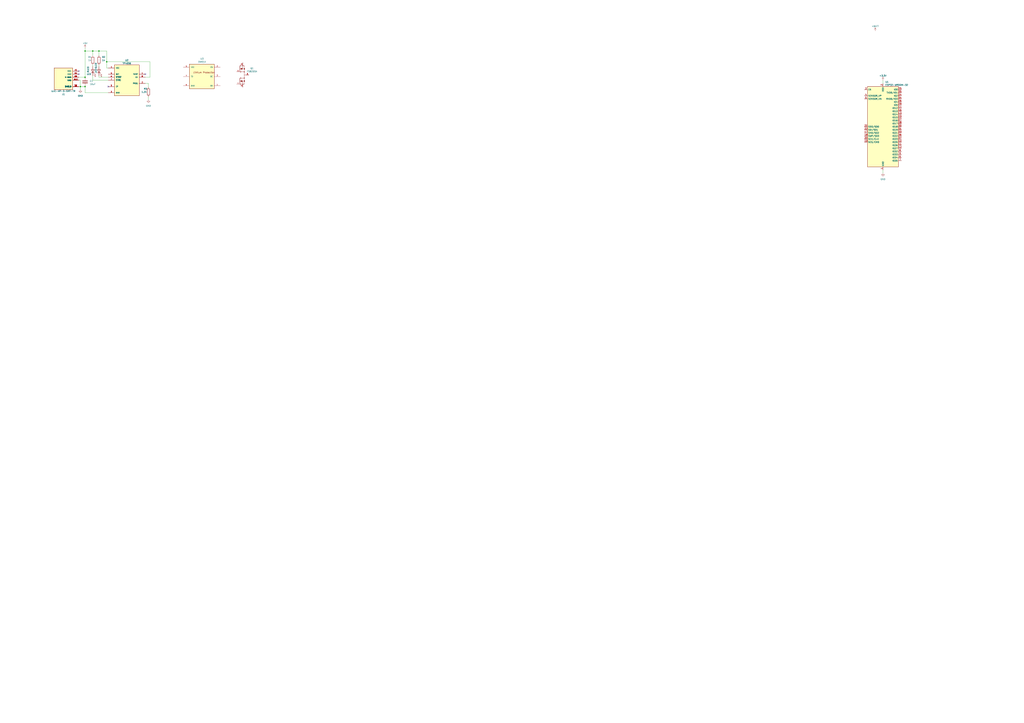
<source format=kicad_sch>
(kicad_sch (version 20230121) (generator eeschema)
  (paper "A1")
  (lib_symbols
    (symbol "DW01A:DW01A" (pin_names (offset 1.016))
      (property "Reference" "U" (at -5.08 11.43 0))
      (property "Value" "DW01A" (at -5.08 -12.7 0))
      (symbol "DW01A_0_0"
        (rectangle (start -10.16 -10.16) (end 10.16 10.16) (stroke (width 0.254)) (fill (type background)))
        (text "Lithium Protection" (at -7.112 2.54 0) (effects (font (size 1.27 1.27)) (justify left bottom)))
        (pin bidirectional line (at 15.24 -7.62 180) (length 5.08) (name "OD") (number "1"))
        (pin bidirectional line (at 15.24 7.62 180) (length 5.08) (name "CS") (number "2"))
        (pin bidirectional line (at 15.24 0 180) (length 5.08) (name "OC") (number "3"))
        (pin bidirectional line (at -15.24 0 0) (length 5.08) (name "TD") (number "4"))
        (pin power_in line (at -15.24 7.62 0) (length 5.08) (name "VCC") (number "5"))
        (pin power_in line (at -15.24 -7.62 0) (length 5.08) (name "GND") (number "6"))
      )
    )
    (symbol "Device:C" (pin_numbers hide) (pin_names (offset 0.254))
      (property "Reference" "C" (at 0.635 2.54 0))
      (property "Value" "C" (at 0.635 -2.54 0))
      (symbol "C_0_1"
        (polyline (pts (xy -2.032 -0.762) (xy 2.032 -0.762)) (stroke (width 0.508)))
        (polyline (pts (xy -2.032 0.762) (xy 2.032 0.762)) (stroke (width 0.508)))
      )
      (symbol "C_1_1"
        (pin passive line (at 0 3.81 270) (length 2.794) (name "~") (number "1"))
        (pin passive line (at 0 -3.81 90) (length 2.794) (name "~") (number "2"))
      )
    )
    (symbol "Device:LED" (pin_numbers hide) (pin_names (offset 1.016) hide)
      (property "Reference" "D" (at 0 2.54 0))
      (property "Value" "LED" (at 0 -2.54 0))
      (symbol "LED_0_1"
        (polyline (pts (xy -1.27 -1.27) (xy -1.27 1.27)) (stroke (width 0.254)))
        (polyline (pts (xy -1.27 0) (xy 1.27 0)))
        (polyline (pts (xy 1.27 -1.27) (xy 1.27 1.27) (xy -1.27 0) (xy 1.27 -1.27)) (stroke (width 0.254)))
        (polyline (pts (xy -3.048 -0.762) (xy -4.572 -2.286) (xy -3.81 -2.286) (xy -4.572 -2.286) (xy -4.572 -1.524)))
        (polyline (pts (xy -1.778 -0.762) (xy -3.302 -2.286) (xy -2.54 -2.286) (xy -3.302 -2.286) (xy -3.302 -1.524)))
      )
      (symbol "LED_1_1"
        (pin passive line (at -3.81 0 0) (length 2.54) (name "K") (number "1"))
        (pin passive line (at 3.81 0 180) (length 2.54) (name "A") (number "2"))
      )
    )
    (symbol "Device:R" (pin_numbers hide) (pin_names (offset 0))
      (property "Reference" "R" (at 2.032 0 90))
      (property "Value" "R" (at 0 0 90))
      (symbol "R_0_1"
        (rectangle (start -1.016 -2.54) (end 1.016 2.54) (stroke (width 0.254)))
      )
      (symbol "R_1_1"
        (pin passive line (at 0 3.81 270) (length 1.27) (name "~") (number "1"))
        (pin passive line (at 0 -3.81 90) (length 1.27) (name "~") (number "2"))
      )
    )
    (symbol "FS8205A:FS8205A" (pin_names (offset 1.016))
      (property "Reference" "Q" (at -11.43 7.62 0))
      (property "Value" "FS8205A" (at -11.43 -12.7 0))
      (symbol "FS8205A_0_0"
        (circle (center 0 -7.62) (radius 0.3592))
        (polyline (pts (xy -2.54 -2.54) (xy -2.54 -7.62)) (stroke (width 0.254)))
        (polyline (pts (xy -2.54 7.62) (xy -2.54 2.54)) (stroke (width 0.254)))
        (polyline (pts (xy -1.778 -7.62) (xy -1.778 -8.255)) (stroke (width 0.254)))
        (polyline (pts (xy -1.778 -6.985) (xy -1.778 -7.62)) (stroke (width 0.254)))
        (polyline (pts (xy -1.778 -5.08) (xy -1.778 -5.842)) (stroke (width 0.254)))
        (polyline (pts (xy -1.778 -5.08) (xy 0 -5.08)) (stroke (width 0.1524)))
        (polyline (pts (xy -1.778 -4.318) (xy -1.778 -5.08)) (stroke (width 0.254)))
        (polyline (pts (xy -1.778 -2.54) (xy -1.778 -3.175)) (stroke (width 0.254)))
        (polyline (pts (xy -1.778 -2.54) (xy 1.27 -2.54)) (stroke (width 0.1524)))
        (polyline (pts (xy -1.778 -1.905) (xy -1.778 -2.54)) (stroke (width 0.254)))
        (polyline (pts (xy -1.778 2.54) (xy -1.778 1.905)) (stroke (width 0.254)))
        (polyline (pts (xy -1.778 3.175) (xy -1.778 2.54)) (stroke (width 0.254)))
        (polyline (pts (xy -1.778 5.08) (xy -1.778 4.318)) (stroke (width 0.254)))
        (polyline (pts (xy -1.778 5.08) (xy 0 5.08)) (stroke (width 0.1524)))
        (polyline (pts (xy -1.778 5.842) (xy -1.778 5.08)) (stroke (width 0.254)))
        (polyline (pts (xy -1.778 7.62) (xy -1.778 6.985)) (stroke (width 0.254)))
        (polyline (pts (xy -1.778 7.62) (xy 1.27 7.62)) (stroke (width 0.1524)))
        (polyline (pts (xy -1.778 8.255) (xy -1.778 7.62)) (stroke (width 0.254)))
        (polyline (pts (xy 0 -7.62) (xy -1.778 -7.62)) (stroke (width 0.1524)))
        (polyline (pts (xy 0 -7.62) (xy 1.27 -7.62)) (stroke (width 0.1524)))
        (polyline (pts (xy 0 -5.08) (xy 0 -7.62)) (stroke (width 0.1524)))
        (polyline (pts (xy 0 7.62) (xy 0 5.08)) (stroke (width 0.1524)))
        (polyline (pts (xy 0.762 4.572) (xy 1.27 4.572)) (stroke (width 0.1524)))
        (polyline (pts (xy 1.27 -4.572) (xy 0.762 -4.572)) (stroke (width 0.1524)))
        (polyline (pts (xy 1.27 -4.572) (xy 1.27 -7.62)) (stroke (width 0.1524)))
        (polyline (pts (xy 1.27 -2.54) (xy 1.27 -4.572)) (stroke (width 0.1524)))
        (polyline (pts (xy 1.27 -2.54) (xy 1.27 0)) (stroke (width 0.1524)))
        (polyline (pts (xy 1.27 0) (xy 1.27 2.54)) (stroke (width 0.1524)))
        (polyline (pts (xy 1.27 0) (xy 2.54 0)) (stroke (width 0.1524)))
        (polyline (pts (xy 1.27 2.54) (xy -1.778 2.54)) (stroke (width 0.1524)))
        (polyline (pts (xy 1.27 2.54) (xy 1.27 4.572)) (stroke (width 0.1524)))
        (polyline (pts (xy 1.27 4.572) (xy 1.27 7.62)) (stroke (width 0.1524)))
        (polyline (pts (xy 1.27 4.572) (xy 1.778 4.572)) (stroke (width 0.1524)))
        (polyline (pts (xy 1.778 -4.572) (xy 1.27 -4.572)) (stroke (width 0.1524)))
        (polyline (pts (xy -1.524 -5.08) (xy -0.508 -4.318) (xy -0.508 -5.842) (xy -1.524 -5.08)) (stroke (width 0.1524)) (fill (type outline)))
        (polyline (pts (xy -1.524 5.08) (xy -0.508 5.842) (xy -0.508 4.318) (xy -1.524 5.08)) (stroke (width 0.1524)) (fill (type outline)))
        (polyline (pts (xy 1.27 -4.572) (xy 0.762 -5.334) (xy 1.778 -5.334) (xy 1.27 -4.572)) (stroke (width 0.1524)) (fill (type outline)))
        (polyline (pts (xy 1.27 4.572) (xy 1.778 5.334) (xy 0.762 5.334) (xy 1.27 4.572)) (stroke (width 0.1524)) (fill (type outline)))
        (circle (center 0 7.62) (radius 0.3592))
        (circle (center 1.27 -2.54) (radius 0.3592))
        (circle (center 1.27 2.54) (radius 0.3592))
        (pin passive line (at 5.08 0 180) (length 2.54) (name "~") (number "1"))
        (pin passive line (at 0 -10.16 90) (length 2.54) (name "~") (number "2"))
        (pin passive line (at 0 -10.16 90) (length 2.54) (name "~") (number "3"))
        (pin passive line (at -5.08 -7.62 0) (length 2.54) (name "~") (number "4"))
        (pin passive line (at -5.08 2.54 0) (length 2.54) (name "~") (number "5"))
        (pin passive line (at 0 10.16 270) (length 2.54) (name "~") (number "6"))
        (pin passive line (at 0 10.16 270) (length 2.54) (name "~") (number "7"))
        (pin passive line (at 5.08 0 180) (length 2.54) (name "~") (number "8"))
      )
    )
    (symbol "RF_Module:ESP32-WROOM-32"
      (property "Reference" "U" (at -12.7 34.29 0))
      (property "Value" "ESP32-WROOM-32" (at 1.27 34.29 0))
      (symbol "ESP32-WROOM-32_0_1"
        (rectangle (start -12.7 33.02) (end 12.7 -33.02) (stroke (width 0.254)) (fill (type background)))
      )
      (symbol "ESP32-WROOM-32_1_1"
        (pin power_in line (at 0 -35.56 90) (length 2.54) (name "GND") (number "1"))
        (pin bidirectional line (at 15.24 -12.7 180) (length 2.54) (name "IO25") (number "10"))
        (pin bidirectional line (at 15.24 -15.24 180) (length 2.54) (name "IO26") (number "11"))
        (pin bidirectional line (at 15.24 -17.78 180) (length 2.54) (name "IO27") (number "12"))
        (pin bidirectional line (at 15.24 10.16 180) (length 2.54) (name "IO14") (number "13"))
        (pin bidirectional line (at 15.24 15.24 180) (length 2.54) (name "IO12") (number "14"))
        (pin passive line (at 0 -35.56 90) (length 2.54) hide (name "GND") (number "15"))
        (pin bidirectional line (at 15.24 12.7 180) (length 2.54) (name "IO13") (number "16"))
        (pin bidirectional line (at -15.24 -5.08 0) (length 2.54) (name "SHD/SD2") (number "17"))
        (pin bidirectional line (at -15.24 -7.62 0) (length 2.54) (name "SWP/SD3") (number "18"))
        (pin bidirectional line (at -15.24 -12.7 0) (length 2.54) (name "SCS/CMD") (number "19"))
        (pin power_in line (at 0 35.56 270) (length 2.54) (name "VDD") (number "2"))
        (pin bidirectional line (at -15.24 -10.16 0) (length 2.54) (name "SCK/CLK") (number "20"))
        (pin bidirectional line (at -15.24 0 0) (length 2.54) (name "SDO/SD0") (number "21"))
        (pin bidirectional line (at -15.24 -2.54 0) (length 2.54) (name "SDI/SD1") (number "22"))
        (pin bidirectional line (at 15.24 7.62 180) (length 2.54) (name "IO15") (number "23"))
        (pin bidirectional line (at 15.24 25.4 180) (length 2.54) (name "IO2") (number "24"))
        (pin bidirectional line (at 15.24 30.48 180) (length 2.54) (name "IO0") (number "25"))
        (pin bidirectional line (at 15.24 20.32 180) (length 2.54) (name "IO4") (number "26"))
        (pin bidirectional line (at 15.24 5.08 180) (length 2.54) (name "IO16") (number "27"))
        (pin bidirectional line (at 15.24 2.54 180) (length 2.54) (name "IO17") (number "28"))
        (pin bidirectional line (at 15.24 17.78 180) (length 2.54) (name "IO5") (number "29"))
        (pin input line (at -15.24 30.48 0) (length 2.54) (name "EN") (number "3"))
        (pin bidirectional line (at 15.24 0 180) (length 2.54) (name "IO18") (number "30"))
        (pin bidirectional line (at 15.24 -2.54 180) (length 2.54) (name "IO19") (number "31"))
        (pin no_connect line (at -12.7 -27.94 0) (length 2.54) hide (name "NC") (number "32"))
        (pin bidirectional line (at 15.24 -5.08 180) (length 2.54) (name "IO21") (number "33"))
        (pin bidirectional line (at 15.24 22.86 180) (length 2.54) (name "RXD0/IO3") (number "34"))
        (pin bidirectional line (at 15.24 27.94 180) (length 2.54) (name "TXD0/IO1") (number "35"))
        (pin bidirectional line (at 15.24 -7.62 180) (length 2.54) (name "IO22") (number "36"))
        (pin bidirectional line (at 15.24 -10.16 180) (length 2.54) (name "IO23") (number "37"))
        (pin passive line (at 0 -35.56 90) (length 2.54) hide (name "GND") (number "38"))
        (pin passive line (at 0 -35.56 90) (length 2.54) hide (name "GND") (number "39"))
        (pin input line (at -15.24 25.4 0) (length 2.54) (name "SENSOR_VP") (number "4"))
        (pin input line (at -15.24 22.86 0) (length 2.54) (name "SENSOR_VN") (number "5"))
        (pin input line (at 15.24 -25.4 180) (length 2.54) (name "IO34") (number "6"))
        (pin input line (at 15.24 -27.94 180) (length 2.54) (name "IO35") (number "7"))
        (pin bidirectional line (at 15.24 -20.32 180) (length 2.54) (name "IO32") (number "8"))
        (pin bidirectional line (at 15.24 -22.86 180) (length 2.54) (name "IO33") (number "9"))
      )
    )
    (symbol "TP4056:TP4056" (pin_names (offset 1.016))
      (property "Reference" "U" (at -10.16 13.208 0))
      (property "Value" "TP4056" (at -10.16 -15.24 0))
      (symbol "TP4056_0_0"
        (rectangle (start -10.16 -12.7) (end 10.16 12.7) (stroke (width 0.254)) (fill (type background)))
        (pin input line (at -15.24 5.08 0) (length 5.08) (name "TEMP") (number "1"))
        (pin bidirectional line (at -15.24 -2.54 0) (length 5.08) (name "PROG") (number "2"))
        (pin power_in line (at 15.24 -10.16 180) (length 5.08) (name "GND") (number "3"))
        (pin power_in line (at 15.24 10.16 180) (length 5.08) (name "VCC") (number "4"))
        (pin output line (at 15.24 5.08 180) (length 5.08) (name "BAT") (number "5"))
        (pin output line (at 15.24 2.54 180) (length 5.08) (name "~{STDBY}") (number "6"))
        (pin output line (at 15.24 0 180) (length 5.08) (name "~{CHRG}") (number "7"))
        (pin input line (at -15.24 2.54 0) (length 5.08) (name "CE") (number "8"))
        (pin passive line (at 15.24 -5.08 180) (length 5.08) (name "EP") (number "9"))
      )
    )
    (symbol "UJC-HP-3-SMT-TR:UJC-HP-3-SMT-TR" (pin_names (offset 1.016))
      (property "Reference" "J" (at -7.62 8.89 0))
      (property "Value" "UJC-HP-3-SMT-TR" (at -7.62 -11.43 0))
      (symbol "UJC-HP-3-SMT-TR_0_0"
        (rectangle (start -7.62 -10.16) (end 7.62 7.62) (stroke (width 0.254)) (fill (type background)))
        (pin power_in line (at -12.7 -2.54 0) (length 5.08) (name "GND") (number "A12"))
        (pin bidirectional line (at -12.7 5.08 0) (length 5.08) (name "CC1") (number "A5"))
        (pin power_in line (at -12.7 0 0) (length 5.08) (name "V-BUS") (number "A9"))
        (pin power_in line (at -12.7 -2.54 0) (length 5.08) (name "GND") (number "B12"))
        (pin bidirectional line (at -12.7 2.54 0) (length 5.08) (name "CC2") (number "B5"))
        (pin power_in line (at -12.7 0 0) (length 5.08) (name "V-BUS") (number "B9"))
        (pin passive line (at -12.7 -7.62 0) (length 5.08) (name "SHIELD") (number "S1"))
        (pin passive line (at -12.7 -7.62 0) (length 5.08) (name "SHIELD") (number "S2"))
        (pin passive line (at -12.7 -7.62 0) (length 5.08) (name "SHIELD") (number "S3"))
        (pin passive line (at -12.7 -7.62 0) (length 5.08) (name "SHIELD") (number "S4"))
      )
    )
    (symbol "power:+3.3V" (power) (pin_names (offset 0))
      (property "Value" "+3.3V" (at 0 3.556 0))
      (symbol "+3.3V_0_1"
        (polyline (pts (xy -0.762 1.27) (xy 0 2.54)))
        (polyline (pts (xy 0 0) (xy 0 2.54)))
        (polyline (pts (xy 0 2.54) (xy 0.762 1.27)))
      )
      (symbol "+3.3V_1_1"
        (pin power_in line (at 0 0 90) (length 0) hide (name "+3.3V") (number "1"))
      )
    )
    (symbol "power:+5V" (power) (pin_names (offset 0))
      (property "Value" "+5V" (at 0 3.556 0))
      (symbol "+5V_0_1"
        (polyline (pts (xy -0.762 1.27) (xy 0 2.54)))
        (polyline (pts (xy 0 0) (xy 0 2.54)))
        (polyline (pts (xy 0 2.54) (xy 0.762 1.27)))
      )
      (symbol "+5V_1_1"
        (pin power_in line (at 0 0 90) (length 0) hide (name "+5V") (number "1"))
      )
    )
    (symbol "power:+BATT" (power) (pin_names (offset 0))
      (property "Value" "+BATT" (at 0 3.556 0))
      (symbol "+BATT_0_1"
        (polyline (pts (xy -0.762 1.27) (xy 0 2.54)))
        (polyline (pts (xy 0 0) (xy 0 2.54)))
        (polyline (pts (xy 0 2.54) (xy 0.762 1.27)))
      )
      (symbol "+BATT_1_1"
        (pin power_in line (at 0 0 90) (length 0) hide (name "+BATT") (number "1"))
      )
    )
    (symbol "power:GND" (power) (pin_names (offset 0))
      (property "Value" "GND" (at 0 -3.81 0))
      (symbol "GND_0_1"
        (polyline (pts (xy 0 0) (xy 0 -1.27) (xy 1.27 -1.27) (xy 0 -2.54) (xy -1.27 -1.27) (xy 0 -1.27)))
      )
      (symbol "GND_1_1"
        (pin power_in line (at 0 0 270) (length 0) hide (name "GND") (number "1"))
      )
    )
  )
  (junction (at 69.85 71.12))
  (junction (at 76.2 41.91))
  (junction (at 69.85 63.5))
  (junction (at 87.63 50.8))
  (junction (at 81.28 41.91))
  (junction (at 66.04 71.12))
  (junction (at 69.85 41.91))
  (no_connect (at 88.9 71.12))
  (no_connect (at 64.77 58.42))
  (no_connect (at 119.38 60.96))
  (no_connect (at 64.77 60.96))
  (wire (pts (xy 64.77 63.5) (xy 69.85 63.5)))
  (wire (pts (xy 69.85 71.12) (xy 69.85 76.2)))
  (wire (pts (xy 81.28 41.91) (xy 81.28 45.72)))
  (wire (pts (xy 64.77 66.04) (xy 66.04 66.04)))
  (wire (pts (xy 76.2 62.23) (xy 76.2 66.04)))
  (wire (pts (xy 66.04 66.04) (xy 66.04 71.12)))
  (wire (pts (xy 66.04 71.12) (xy 69.85 71.12)))
  (wire (pts (xy 69.85 41.91) (xy 69.85 63.5)))
  (wire (pts (xy 81.28 63.5) (xy 88.9 63.5)))
  (wire (pts (xy 725.17 139.7) (xy 725.17 142.24)))
  (wire (pts (xy 87.63 50.8) (xy 123.19 50.8)))
  (wire (pts (xy 66.04 73.66) (xy 66.04 71.12)))
  (wire (pts (xy 76.2 41.91) (xy 69.85 41.91)))
  (wire (pts (xy 87.63 55.88) (xy 87.63 50.8)))
  (wire (pts (xy 121.92 68.58) (xy 121.92 71.755)))
  (wire (pts (xy 87.63 41.91) (xy 87.63 50.8)))
  (wire (pts (xy 725.17 66.04) (xy 725.17 68.58)))
  (wire (pts (xy 76.2 41.91) (xy 81.28 41.91)))
  (wire (pts (xy 76.2 66.04) (xy 88.9 66.04)))
  (wire (pts (xy 123.19 50.8) (xy 123.19 63.5)))
  (wire (pts (xy 69.85 76.2) (xy 88.9 76.2)))
  (wire (pts (xy 123.19 63.5) (xy 119.38 63.5)))
  (wire (pts (xy 81.28 53.34) (xy 81.28 54.61)))
  (wire (pts (xy 121.92 79.375) (xy 121.92 81.915)))
  (wire (pts (xy 69.85 39.37) (xy 69.85 41.91)))
  (wire (pts (xy 119.38 68.58) (xy 121.92 68.58)))
  (wire (pts (xy 81.28 62.23) (xy 81.28 63.5)))
  (wire (pts (xy 81.28 41.91) (xy 87.63 41.91)))
  (wire (pts (xy 66.04 71.12) (xy 64.77 71.12)))
  (wire (pts (xy 76.2 53.34) (xy 76.2 54.61)))
  (wire (pts (xy 87.63 55.88) (xy 88.9 55.88)))
  (wire (pts (xy 76.2 45.72) (xy 76.2 41.91)))
  (symbol (lib_id "Device:R") (at 81.28 49.53 0) (unit 1)
    (property "Reference" "R2" (at 83.82 46.99 0) (effects (justify left)))
    (property "Value" "1k" (at 83.82 49.53 0) (effects (justify left)))
  )
  (symbol (lib_id "Device:LED") (at 81.28 58.42 90) (unit 1)
    (property "Reference" "GLED" (at 78.74 51.435 0) (effects (justify right)))
    (property "Value" "LED" (at 78.74 56.515 0) (effects (justify right)))
  )
  (symbol (lib_id "power:GND") (at 66.04 73.66 0) (unit 1)
    (property "Reference" "#PWR05" (effects hide))
    (property "Value" "GND" (at 66.04 78.74 0))
  )
  (symbol (lib_id "power:+3.3V") (at 725.17 66.04 0) (unit 1)
    (property "Reference" "#PWR01" (effects hide))
    (property "Value" "+3.3V" (at 725.17 62.23 0))
  )
  (symbol (lib_id "Device:C") (at 69.85 67.31 0) (unit 1)
    (property "Reference" "C1" (at 73.66 66.675 0) (effects (justify left)))
    (property "Value" "10uF" (at 73.66 69.215 0) (effects (justify left)))
  )
  (symbol (lib_id "power:+5V") (at 69.85 39.37 0) (unit 1)
    (property "Reference" "#PWR03" (effects hide))
    (property "Value" "+5V" (at 69.85 35.56 0))
  )
  (symbol (lib_id "FS8205A:FS8205A") (at 199.39 61.595 0) (unit 1)
    (property "Reference" "Q1" (at 207.01 56.1593 0))
    (property "Value" "FS8205A" (at 207.01 58.6993 0))
    (property "Footprint" "FS8205A:SOP65P640X120-8N" (effects hide))
    (property "MF" "Fortune Semiconductor" (effects hide))
    (property "MAXIMUM_PACKAGE_HEIGHT" "1.2mm" (effects hide))
    (property "Package" "Package" (effects hide))
    (property "Price" "None" (effects hide))
    (property "Check_prices" "https://www.snapeda.com/parts/FS8205A/Fortune+Semiconductor/view-part/?ref=eda" (effects hide))
    (property "STANDARD" "IPC 7351B" (effects hide))
    (property "PARTREV" "1.7" (effects hide))
    (property "SnapEDA_Link" "https://www.snapeda.com/parts/FS8205A/Fortune+Semiconductor/view-part/?ref=snap" (effects hide))
    (property "MP" "FS8205A" (effects hide))
    (property "Description" "\n" (effects hide))
    (property "Availability" "Not in stock" (effects hide))
    (property "MANUFACTURER" "Fortune Semiconductor" (effects hide))
  )
  (symbol (lib_id "Device:R") (at 121.92 75.565 0) (unit 1)
    (property "Reference" "R3" (at 118.11 73.025 0) (effects (justify left)))
    (property "Value" "1.2k" (at 116.205 75.565 0) (effects (justify left)))
  )
  (symbol (lib_id "RF_Module:ESP32-WROOM-32") (at 725.17 104.14 0) (unit 1)
    (property "Reference" "U1" (at 727.1259 67.31 0) (effects (justify left)))
    (property "Value" "ESP32-WROOM-32" (at 727.1259 69.85 0) (effects (justify left)))
    (property "Footprint" "RF_Module:ESP32-WROOM-32" (effects hide))
    (property "Datasheet" "https://www.espressif.com/sites/default/files/documentation/esp32-wroom-32_datasheet_en.pdf" (effects hide))
  )
  (symbol (lib_id "power:GND") (at 725.17 142.24 0) (unit 1)
    (property "Reference" "#PWR02" (effects hide))
    (property "Value" "GND" (at 725.17 147.32 0))
  )
  (symbol (lib_id "TP4056:TP4056") (at 104.14 66.04 0) (mirror y) (unit 1)
    (property "Reference" "U2" (at 104.14 49.53 0))
    (property "Value" "TP4056" (at 104.14 52.07 0))
    (property "Footprint" "TP4056:SOP127P600X175-9N" (effects hide))
    (property "MF" "NanJing Top Power ASIC Corp." (effects hide))
    (property "MAXIMUM_PACKAGE_HEIGHT" "1.75mm" (effects hide))
    (property "Package" "Package" (effects hide))
    (property "Price" "None" (effects hide))
    (property "Check_prices" "https://www.snapeda.com/parts/TP4056/NanJing+Top+Power+ASIC+Corp./view-part/?ref=eda" (effects hide))
    (property "STANDARD" "IPC 7351B" (effects hide))
    (property "SnapEDA_Link" "https://www.snapeda.com/parts/TP4056/NanJing+Top+Power+ASIC+Corp./view-part/?ref=snap" (effects hide))
    (property "MP" "TP4056" (effects hide))
    (property "Description" "\nComplete single cell Li-Ion battery with a constant current / constant voltage linear charger\n" (effects hide))
    (property "Availability" "Not in stock" (effects hide))
    (property "MANUFACTURER" "NanJing Top Power ASIC Corp." (effects hide))
  )
  (symbol (lib_id "power:+BATT") (at 718.82 25.4 0) (unit 1)
    (property "Reference" "#PWR04" (effects hide))
    (property "Value" "+BATT" (at 718.82 21.59 0))
  )
  (symbol (lib_id "Device:R") (at 76.2 49.53 0) (unit 1)
    (property "Reference" "R1" (at 72.39 46.99 0) (effects (justify left)))
    (property "Value" "1k" (at 72.39 49.53 0) (effects (justify left)))
  )
  (symbol (lib_id "UJC-HP-3-SMT-TR:UJC-HP-3-SMT-TR") (at 52.07 63.5 0) (mirror y) (unit 1)
    (property "Reference" "J1" (at 52.07 77.47 0))
    (property "Value" "UJC-HP-3-SMT-TR" (at 52.07 74.93 0))
    (property "Footprint" "UJC-HP-3-SMT-TR:CUI_UJC-HP-3-SMT-TR" (effects hide))
    (property "MF" "CUI Devices" (effects hide))
    (property "MAXIMUM_PACKAGE_HEIGHT" "3.16mm" (effects hide))
    (property "Package" "Package" (effects hide))
    (property "Price" "None" (effects hide))
    (property "Check_prices" "https://www.snapeda.com/parts/UJC-HP-3-SMT-TR/CUI+Devices/view-part/?ref=eda" (effects hide))
    (property "STANDARD" "Manufacturer recommendations" (effects hide))
    (property "PARTREV" "04/30/2020" (effects hide))
    (property "SnapEDA_Link" "https://www.snapeda.com/parts/UJC-HP-3-SMT-TR/CUI+Devices/view-part/?ref=snap" (effects hide))
    (property "MP" "UJC-HP-3-SMT-TR" (effects hide))
    (property "Purchase-URL" "https://www.snapeda.com/api/url_track_click_mouser/?unipart_id=4722774&manufacturer=CUI Devices&part_name=UJC-HP-3-SMT-TR&search_term=type c" (effects hide))
    (property "Description" "Type C, 20 Vdc, 3 A, Right Angle, Surface Mount, Black Insulator, Power-Only USB Receptacle" (effects hide))
    (property "CUI_purchase_URL" "https://www.cuidevices.com/product/interconnect/connectors/usb-connectors/ujc-hp-3-smt-tr?utm_source=snapeda.com&utm_medium=referral&utm_campaign=snapedaBOM" (effects hide))
    (property "Availability" "In Stock" (effects hide))
    (property "MANUFACTURER" "CUI Devices" (effects hide))
  )
  (symbol (lib_id "DW01A:DW01A") (at 165.735 62.865 0) (unit 1)
    (property "Reference" "U3" (at 165.9364 48.26 0))
    (property "Value" "DW01A" (at 165.9364 50.8 0))
    (property "Footprint" "DW01A:SOT23-6" (effects hide))
    (property "MF" "Fortune Semiconductor" (effects hide))
    (property "Description" "\nOne Cell Lithium-ion/Polymer Battery Protection IC\n" (effects hide))
    (property "Package" "SOT-23-6 Fortune Semiconductor" (effects hide))
    (property "Price" "None" (effects hide))
    (property "SnapEDA_Link" "https://www.snapeda.com/parts/DW01A/Fortune+Semiconductor/view-part/?ref=snap" (effects hide))
    (property "MP" "DW01A" (effects hide))
    (property "M_PART_NUMBER" "DW01A" (effects hide))
    (property "Availability" "Not in stock" (effects hide))
    (property "Check_prices" "https://www.snapeda.com/parts/DW01A/Fortune+Semiconductor/view-part/?ref=eda" (effects hide))
  )
  (symbol (lib_id "power:GND") (at 121.92 81.915 0) (unit 1)
    (property "Reference" "#PWR06" (effects hide))
    (property "Value" "GND" (at 121.92 86.995 0))
  )
  (symbol (lib_id "Device:LED") (at 76.2 58.42 90) (unit 1)
    (property "Reference" "RLED" (at 72.39 54.61 0) (effects (justify right)))
    (property "Value" "LED" (at 71.12 60.96 90) (effects (justify right)))
  )
)
</source>
